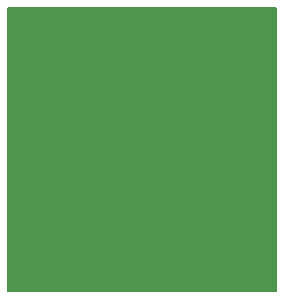
<source format=gbr>
%TF.GenerationSoftware,KiCad,Pcbnew,7.0.9*%
%TF.CreationDate,2023-11-14T16:15:09-06:00*%
%TF.ProjectId,to263-prototype,746f3236-332d-4707-926f-746f74797065,rev?*%
%TF.SameCoordinates,Original*%
%TF.FileFunction,Paste,Bot*%
%TF.FilePolarity,Positive*%
%FSLAX46Y46*%
G04 Gerber Fmt 4.6, Leading zero omitted, Abs format (unit mm)*
G04 Created by KiCad (PCBNEW 7.0.9) date 2023-11-14 16:15:09*
%MOMM*%
%LPD*%
G01*
G04 APERTURE LIST*
G04 APERTURE END LIST*
G36*
X100273039Y-57169685D02*
G01*
X100318794Y-57222489D01*
X100330000Y-57274000D01*
X100330000Y-81156000D01*
X100310315Y-81223039D01*
X100257511Y-81268794D01*
X100206000Y-81280000D01*
X77594000Y-81280000D01*
X77526961Y-81260315D01*
X77481206Y-81207511D01*
X77470000Y-81156000D01*
X77470000Y-57274000D01*
X77489685Y-57206961D01*
X77542489Y-57161206D01*
X77594000Y-57150000D01*
X100206000Y-57150000D01*
X100273039Y-57169685D01*
G37*
M02*

</source>
